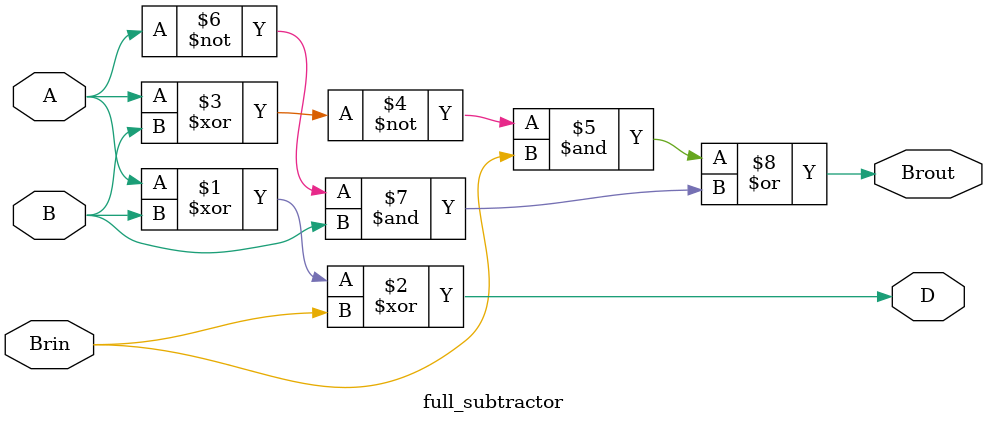
<source format=v>
`timescale 1ns / 1ps


module full_subtractor(
    input A,
    input B,
    input Brin,
    output D,
    output Brout
    );
    assign D = A^B^Brin;
    assign Brout = ((~(A^B))&Brin)|((~A)&B);
endmodule

</source>
